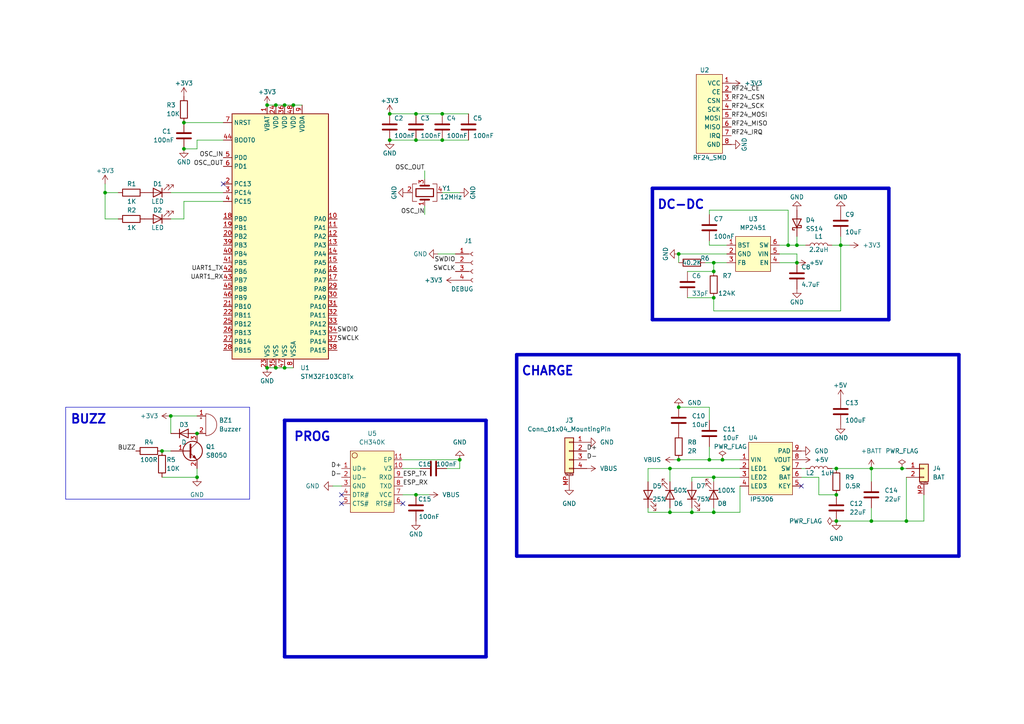
<source format=kicad_sch>
(kicad_sch (version 20230121) (generator eeschema)
  (paper "A4")
  (lib_symbols
    (symbol "Connector:Conn_01x04_Female" (pin_names (offset 1.016) hide)
      (property "Reference" "J" (at 0 5.08 0))
      (property "Value" "Conn_01x04_Female" (at 0 -7.62 0))
      (symbol "Conn_01x04_Female_1_1"
        (arc (start 0 -4.572) (mid -0.5058 -5.08) (end 0 -5.588) (stroke (width 0.1524)))
        (arc (start 0 -2.032) (mid -0.5058 -2.54) (end 0 -3.048) (stroke (width 0.1524)))
        (polyline (pts (xy -1.27 -5.08) (xy -0.508 -5.08)) (stroke (width 0.1524)))
        (polyline (pts (xy -1.27 -2.54) (xy -0.508 -2.54)) (stroke (width 0.1524)))
        (polyline (pts (xy -1.27 0) (xy -0.508 0)) (stroke (width 0.1524)))
        (polyline (pts (xy -1.27 2.54) (xy -0.508 2.54)) (stroke (width 0.1524)))
        (arc (start 0 0.508) (mid -0.5058 0) (end 0 -0.508) (stroke (width 0.1524)))
        (arc (start 0 3.048) (mid -0.5058 2.54) (end 0 2.032) (stroke (width 0.1524)))
        (pin passive line (at -5.08 2.54 0) (length 3.81) (name "Pin_1") (number "1"))
        (pin passive line (at -5.08 0 0) (length 3.81) (name "Pin_2") (number "2"))
        (pin passive line (at -5.08 -2.54 0) (length 3.81) (name "Pin_3") (number "3"))
        (pin passive line (at -5.08 -5.08 0) (length 3.81) (name "Pin_4") (number "4"))
      )
    )
    (symbol "Connector_Generic_MountingPin:Conn_01x02_MountingPin" (pin_names (offset 1.016) hide)
      (property "Reference" "J" (at 0 2.54 0))
      (property "Value" "Conn_01x02_MountingPin" (at 1.27 -5.08 0))
      (symbol "Conn_01x02_MountingPin_1_1"
        (rectangle (start -1.27 -2.413) (end 0 -2.667) (stroke (width 0.1524)))
        (rectangle (start -1.27 0.127) (end 0 -0.127) (stroke (width 0.1524)))
        (rectangle (start -1.27 1.27) (end 1.27 -3.81) (stroke (width 0.254)) (fill (type background)))
        (polyline (pts (xy -1.016 -4.572) (xy 1.016 -4.572)) (stroke (width 0.1524)))
        (text "Mounting" (at 0 -4.191 0) (effects (font (size 0.381 0.381))))
        (pin passive line (at -5.08 0 0) (length 3.81) (name "Pin_1") (number "1"))
        (pin passive line (at -5.08 -2.54 0) (length 3.81) (name "Pin_2") (number "2"))
        (pin passive line (at 0 -7.62 90) (length 3.048) (name "MountPin") (number "MP"))
      )
    )
    (symbol "Connector_Generic_MountingPin:Conn_01x04_MountingPin" (pin_names (offset 1.016) hide)
      (property "Reference" "J" (at 0 5.08 0))
      (property "Value" "Conn_01x04_MountingPin" (at 1.27 -7.62 0))
      (symbol "Conn_01x04_MountingPin_1_1"
        (rectangle (start -1.27 -4.953) (end 0 -5.207) (stroke (width 0.1524)))
        (rectangle (start -1.27 -2.413) (end 0 -2.667) (stroke (width 0.1524)))
        (rectangle (start -1.27 0.127) (end 0 -0.127) (stroke (width 0.1524)))
        (rectangle (start -1.27 2.667) (end 0 2.413) (stroke (width 0.1524)))
        (rectangle (start -1.27 3.81) (end 1.27 -6.35) (stroke (width 0.254)) (fill (type background)))
        (polyline (pts (xy -1.016 -7.112) (xy 1.016 -7.112)) (stroke (width 0.1524)))
        (text "Mounting" (at 0 -6.731 0) (effects (font (size 0.381 0.381))))
        (pin passive line (at -5.08 2.54 0) (length 3.81) (name "Pin_1") (number "1"))
        (pin passive line (at -5.08 0 0) (length 3.81) (name "Pin_2") (number "2"))
        (pin passive line (at -5.08 -2.54 0) (length 3.81) (name "Pin_3") (number "3"))
        (pin passive line (at -5.08 -5.08 0) (length 3.81) (name "Pin_4") (number "4"))
        (pin passive line (at 0 -10.16 90) (length 3.048) (name "MountPin") (number "MP"))
      )
    )
    (symbol "Del_Schlib:CH340K"
      (property "Reference" "U" (at 0 1.27 0))
      (property "Value" "CH340K" (at 8.89 1.27 0))
      (symbol "CH340K_0_1"
        (rectangle (start 0 0) (end 12.7 -17.78) (fill (type background)))
        (circle (center 1.27 -1.27) (radius 0.762))
      )
      (symbol "CH340K_1_1"
        (pin bidirectional line (at -2.54 -5.08 0) (length 2.54) (name "UD+") (number "1"))
        (pin bidirectional line (at 15.24 -5.08 180) (length 2.54) (name "V3") (number "10"))
        (pin bidirectional line (at 15.24 -2.54 180) (length 2.54) (name "EP") (number "11"))
        (pin bidirectional line (at -2.54 -7.62 0) (length 2.54) (name "UD-") (number "2"))
        (pin bidirectional line (at -2.54 -10.16 0) (length 2.54) (name "GND") (number "3"))
        (pin bidirectional line (at -2.54 -12.7 0) (length 2.54) (name "DTR#") (number "4"))
        (pin bidirectional line (at -2.54 -15.24 0) (length 2.54) (name "CTS#") (number "5"))
        (pin bidirectional line (at 15.24 -15.24 180) (length 2.54) (name "RTS#") (number "6"))
        (pin bidirectional line (at 15.24 -12.7 180) (length 2.54) (name "VCC") (number "7"))
        (pin bidirectional line (at 15.24 -10.16 180) (length 2.54) (name "TXD") (number "8"))
        (pin bidirectional line (at 15.24 -7.62 180) (length 2.54) (name "RXD") (number "9"))
      )
    )
    (symbol "Del_Schlib:IP5306"
      (property "Reference" "U" (at 0 1.27 0))
      (property "Value" "IP5306" (at 8.89 1.27 0))
      (symbol "IP5306_0_1"
        (rectangle (start 0 0) (end 12.7 -15.24) (fill (type background)))
      )
      (symbol "IP5306_1_1"
        (pin power_in line (at -2.54 -5.08 0) (length 2.54) (name "VIN") (number "1"))
        (pin bidirectional line (at -2.54 -7.62 0) (length 2.54) (name "LED1") (number "2"))
        (pin bidirectional line (at -2.54 -10.16 0) (length 2.54) (name "LED2") (number "3"))
        (pin bidirectional line (at -2.54 -12.7 0) (length 2.54) (name "LED3") (number "4"))
        (pin input line (at 15.24 -12.7 180) (length 2.54) (name "KEY") (number "5"))
        (pin bidirectional line (at 15.24 -10.16 180) (length 2.54) (name "BAT") (number "6"))
        (pin bidirectional line (at 15.24 -7.62 180) (length 2.54) (name "SW") (number "7"))
        (pin power_out line (at 15.24 -5.08 180) (length 2.54) (name "VOUT") (number "8"))
        (pin power_in line (at 15.24 -2.54 180) (length 2.54) (name "PAD") (number "9"))
      )
    )
    (symbol "Del_Schlib:MP2451"
      (property "Reference" "U" (at 0 1.27 0))
      (property "Value" "MP2451" (at 6.35 1.27 0))
      (symbol "MP2451_0_1"
        (rectangle (start 0 0) (end 10.16 -10.16) (fill (type background)))
      )
      (symbol "MP2451_1_1"
        (pin bidirectional line (at -2.54 -2.54 0) (length 2.54) (name "BST") (number "1"))
        (pin power_in line (at -2.54 -5.08 0) (length 2.54) (name "GND") (number "2"))
        (pin bidirectional line (at -2.54 -7.62 0) (length 2.54) (name "FB") (number "3"))
        (pin bidirectional line (at 12.7 -7.62 180) (length 2.54) (name "EN") (number "4"))
        (pin power_in line (at 12.7 -5.08 180) (length 2.54) (name "VIN") (number "5"))
        (pin bidirectional line (at 12.7 -2.54 180) (length 2.54) (name "SW") (number "6"))
      )
    )
    (symbol "Del_Schlib:RF24_SMD"
      (property "Reference" "U" (at 3.81 1.27 0))
      (property "Value" "RF24_SMD" (at 3.81 -24.13 0))
      (symbol "RF24_SMD_0_1"
        (rectangle (start 0 0) (end 7.62 -22.86) (fill (type background)))
      )
      (symbol "RF24_SMD_1_1"
        (pin power_in line (at -2.54 -2.54 0) (length 2.54) (name "VCC") (number "1"))
        (pin bidirectional line (at -2.54 -5.08 0) (length 2.54) (name "CE") (number "2"))
        (pin bidirectional line (at -2.54 -7.62 0) (length 2.54) (name "CSN") (number "3"))
        (pin bidirectional line (at -2.54 -10.16 0) (length 2.54) (name "SCK") (number "4"))
        (pin bidirectional line (at -2.54 -12.7 0) (length 2.54) (name "MOSI") (number "5"))
        (pin bidirectional line (at -2.54 -15.24 0) (length 2.54) (name "MISO") (number "6"))
        (pin bidirectional line (at -2.54 -17.78 0) (length 2.54) (name "IRQ") (number "7"))
        (pin power_in line (at -2.54 -20.32 0) (length 2.54) (name "GND") (number "8"))
      )
    )
    (symbol "Device:Buzzer" (pin_names (offset 0.0254) hide)
      (property "Reference" "BZ" (at 3.81 1.27 0))
      (property "Value" "Buzzer" (at 3.81 -1.27 0))
      (symbol "Buzzer_0_1"
        (arc (start 0 -3.175) (mid 3.1612 0) (end 0 3.175))
        (polyline (pts (xy -1.651 1.905) (xy -1.143 1.905)))
        (polyline (pts (xy -1.397 2.159) (xy -1.397 1.651)))
        (polyline (pts (xy 0 3.175) (xy 0 -3.175)))
      )
      (symbol "Buzzer_1_1"
        (pin passive line (at -2.54 2.54 0) (length 2.54) (name "-") (number "1"))
        (pin passive line (at -2.54 -2.54 0) (length 2.54) (name "+") (number "2"))
      )
    )
    (symbol "Device:C" (pin_numbers hide) (pin_names (offset 0.254))
      (property "Reference" "C" (at 0.635 2.54 0))
      (property "Value" "C" (at 0.635 -2.54 0))
      (symbol "C_0_1"
        (polyline (pts (xy -2.032 -0.762) (xy 2.032 -0.762)) (stroke (width 0.508)))
        (polyline (pts (xy -2.032 0.762) (xy 2.032 0.762)) (stroke (width 0.508)))
      )
      (symbol "C_1_1"
        (pin passive line (at 0 3.81 270) (length 2.794) (name "~") (number "1"))
        (pin passive line (at 0 -3.81 90) (length 2.794) (name "~") (number "2"))
      )
    )
    (symbol "Device:Crystal_GND24" (pin_names (offset 1.016) hide)
      (property "Reference" "Y" (at 3.175 5.08 0))
      (property "Value" "Crystal_GND24" (at 3.175 3.175 0))
      (symbol "Crystal_GND24_0_1"
        (rectangle (start -1.143 2.54) (end 1.143 -2.54) (stroke (width 0.3048)))
        (polyline (pts (xy -2.54 0) (xy -2.032 0)))
        (polyline (pts (xy -2.032 -1.27) (xy -2.032 1.27)) (stroke (width 0.508)))
        (polyline (pts (xy 0 -3.81) (xy 0 -3.556)))
        (polyline (pts (xy 0 3.556) (xy 0 3.81)))
        (polyline (pts (xy 2.032 -1.27) (xy 2.032 1.27)) (stroke (width 0.508)))
        (polyline (pts (xy 2.032 0) (xy 2.54 0)))
        (polyline (pts (xy -2.54 -2.286) (xy -2.54 -3.556) (xy 2.54 -3.556) (xy 2.54 -2.286)))
        (polyline (pts (xy -2.54 2.286) (xy -2.54 3.556) (xy 2.54 3.556) (xy 2.54 2.286)))
      )
      (symbol "Crystal_GND24_1_1"
        (pin passive line (at -3.81 0 0) (length 1.27) (name "1") (number "1"))
        (pin passive line (at 0 5.08 270) (length 1.27) (name "2") (number "2"))
        (pin passive line (at 3.81 0 180) (length 1.27) (name "3") (number "3"))
        (pin passive line (at 0 -5.08 90) (length 1.27) (name "4") (number "4"))
      )
    )
    (symbol "Device:D" (pin_numbers hide) (pin_names (offset 1.016) hide)
      (property "Reference" "D" (at 0 2.54 0))
      (property "Value" "D" (at 0 -2.54 0))
      (symbol "D_0_1"
        (polyline (pts (xy -1.27 1.27) (xy -1.27 -1.27)) (stroke (width 0.254)))
        (polyline (pts (xy 1.27 0) (xy -1.27 0)))
        (polyline (pts (xy 1.27 1.27) (xy 1.27 -1.27) (xy -1.27 0) (xy 1.27 1.27)) (stroke (width 0.254)))
      )
      (symbol "D_1_1"
        (pin passive line (at -3.81 0 0) (length 2.54) (name "K") (number "1"))
        (pin passive line (at 3.81 0 180) (length 2.54) (name "A") (number "2"))
      )
    )
    (symbol "Device:D_Schottky" (pin_numbers hide) (pin_names (offset 1.016) hide)
      (property "Reference" "D" (at 0 2.54 0))
      (property "Value" "D_Schottky" (at 0 -2.54 0))
      (symbol "D_Schottky_0_1"
        (polyline (pts (xy 1.27 0) (xy -1.27 0)))
        (polyline (pts (xy 1.27 1.27) (xy 1.27 -1.27) (xy -1.27 0) (xy 1.27 1.27)) (stroke (width 0.254)))
        (polyline (pts (xy -1.905 0.635) (xy -1.905 1.27) (xy -1.27 1.27) (xy -1.27 -1.27) (xy -0.635 -1.27) (xy -0.635 -0.635)) (stroke (width 0.254)))
      )
      (symbol "D_Schottky_1_1"
        (pin passive line (at -3.81 0 0) (length 2.54) (name "K") (number "1"))
        (pin passive line (at 3.81 0 180) (length 2.54) (name "A") (number "2"))
      )
    )
    (symbol "Device:L" (pin_numbers hide) (pin_names (offset 1.016) hide)
      (property "Reference" "L" (at -1.27 0 90))
      (property "Value" "L" (at 1.905 0 90))
      (symbol "L_0_1"
        (arc (start 0 -2.54) (mid 0.6323 -1.905) (end 0 -1.27))
        (arc (start 0 -1.27) (mid 0.6323 -0.635) (end 0 0))
        (arc (start 0 0) (mid 0.6323 0.635) (end 0 1.27))
        (arc (start 0 1.27) (mid 0.6323 1.905) (end 0 2.54))
      )
      (symbol "L_1_1"
        (pin passive line (at 0 3.81 270) (length 1.27) (name "1") (number "1"))
        (pin passive line (at 0 -3.81 90) (length 1.27) (name "2") (number "2"))
      )
    )
    (symbol "Device:LED" (pin_numbers hide) (pin_names (offset 1.016) hide)
      (property "Reference" "D" (at 0 2.54 0))
      (property "Value" "LED" (at 0 -2.54 0))
      (symbol "LED_0_1"
        (polyline (pts (xy -1.27 -1.27) (xy -1.27 1.27)) (stroke (width 0.254)))
        (polyline (pts (xy -1.27 0) (xy 1.27 0)))
        (polyline (pts (xy 1.27 -1.27) (xy 1.27 1.27) (xy -1.27 0) (xy 1.27 -1.27)) (stroke (width 0.254)))
        (polyline (pts (xy -3.048 -0.762) (xy -4.572 -2.286) (xy -3.81 -2.286) (xy -4.572 -2.286) (xy -4.572 -1.524)))
        (polyline (pts (xy -1.778 -0.762) (xy -3.302 -2.286) (xy -2.54 -2.286) (xy -3.302 -2.286) (xy -3.302 -1.524)))
      )
      (symbol "LED_1_1"
        (pin passive line (at -3.81 0 0) (length 2.54) (name "K") (number "1"))
        (pin passive line (at 3.81 0 180) (length 2.54) (name "A") (number "2"))
      )
    )
    (symbol "Device:Q_NPN_BEC" (pin_names (offset 0) hide)
      (property "Reference" "Q" (at 5.08 1.27 0))
      (property "Value" "Q_NPN_BEC" (at 5.08 -1.27 0))
      (symbol "Q_NPN_BEC_0_1"
        (polyline (pts (xy 0.635 0.635) (xy 2.54 2.54)))
        (polyline (pts (xy 0.635 -0.635) (xy 2.54 -2.54) (xy 2.54 -2.54)))
        (polyline (pts (xy 0.635 1.905) (xy 0.635 -1.905) (xy 0.635 -1.905)) (stroke (width 0.508)))
        (polyline (pts (xy 1.27 -1.778) (xy 1.778 -1.27) (xy 2.286 -2.286) (xy 1.27 -1.778) (xy 1.27 -1.778)) (fill (type outline)))
        (circle (center 1.27 0) (radius 2.8194) (stroke (width 0.254)))
      )
      (symbol "Q_NPN_BEC_1_1"
        (pin input line (at -5.08 0 0) (length 5.715) (name "B") (number "1"))
        (pin passive line (at 2.54 -5.08 90) (length 2.54) (name "E") (number "2"))
        (pin passive line (at 2.54 5.08 270) (length 2.54) (name "C") (number "3"))
      )
    )
    (symbol "Device:R" (pin_numbers hide) (pin_names (offset 0))
      (property "Reference" "R" (at 2.032 0 90))
      (property "Value" "R" (at 0 0 90))
      (symbol "R_0_1"
        (rectangle (start -1.016 -2.54) (end 1.016 2.54) (stroke (width 0.254)))
      )
      (symbol "R_1_1"
        (pin passive line (at 0 3.81 270) (length 1.27) (name "~") (number "1"))
        (pin passive line (at 0 -3.81 90) (length 1.27) (name "~") (number "2"))
      )
    )
    (symbol "MCU_ST_STM32F1:STM32F103CBTx"
      (property "Reference" "U" (at -15.24 36.83 0))
      (property "Value" "STM32F103CBTx" (at 7.62 36.83 0))
      (symbol "STM32F103CBTx_0_1"
        (rectangle (start -15.24 -35.56) (end 12.7 35.56) (stroke (width 0.254)) (fill (type background)))
      )
      (symbol "STM32F103CBTx_1_1"
        (pin power_in line (at -5.08 38.1 270) (length 2.54) (name "VBAT") (number "1"))
        (pin bidirectional line (at 15.24 5.08 180) (length 2.54) (name "PA0") (number "10"))
        (pin bidirectional line (at 15.24 2.54 180) (length 2.54) (name "PA1") (number "11"))
        (pin bidirectional line (at 15.24 0 180) (length 2.54) (name "PA2") (number "12"))
        (pin bidirectional line (at 15.24 -2.54 180) (length 2.54) (name "PA3") (number "13"))
        (pin bidirectional line (at 15.24 -5.08 180) (length 2.54) (name "PA4") (number "14"))
        (pin bidirectional line (at 15.24 -7.62 180) (length 2.54) (name "PA5") (number "15"))
        (pin bidirectional line (at 15.24 -10.16 180) (length 2.54) (name "PA6") (number "16"))
        (pin bidirectional line (at 15.24 -12.7 180) (length 2.54) (name "PA7") (number "17"))
        (pin bidirectional line (at -17.78 5.08 0) (length 2.54) (name "PB0") (number "18"))
        (pin bidirectional line (at -17.78 2.54 0) (length 2.54) (name "PB1") (number "19"))
        (pin bidirectional line (at -17.78 15.24 0) (length 2.54) (name "PC13") (number "2"))
        (pin bidirectional line (at -17.78 0 0) (length 2.54) (name "PB2") (number "20"))
        (pin bidirectional line (at -17.78 -20.32 0) (length 2.54) (name "PB10") (number "21"))
        (pin bidirectional line (at -17.78 -22.86 0) (length 2.54) (name "PB11") (number "22"))
        (pin power_in line (at -5.08 -38.1 90) (length 2.54) (name "VSS") (number "23"))
        (pin power_in line (at -2.54 38.1 270) (length 2.54) (name "VDD") (number "24"))
        (pin bidirectional line (at -17.78 -25.4 0) (length 2.54) (name "PB12") (number "25"))
        (pin bidirectional line (at -17.78 -27.94 0) (length 2.54) (name "PB13") (number "26"))
        (pin bidirectional line (at -17.78 -30.48 0) (length 2.54) (name "PB14") (number "27"))
        (pin bidirectional line (at -17.78 -33.02 0) (length 2.54) (name "PB15") (number "28"))
        (pin bidirectional line (at 15.24 -15.24 180) (length 2.54) (name "PA8") (number "29"))
        (pin bidirectional line (at -17.78 12.7 0) (length 2.54) (name "PC14") (number "3"))
        (pin bidirectional line (at 15.24 -17.78 180) (length 2.54) (name "PA9") (number "30"))
        (pin bidirectional line (at 15.24 -20.32 180) (length 2.54) (name "PA10") (number "31"))
        (pin bidirectional line (at 15.24 -22.86 180) (length 2.54) (name "PA11") (number "32"))
        (pin bidirectional line (at 15.24 -25.4 180) (length 2.54) (name "PA12") (number "33"))
        (pin bidirectional line (at 15.24 -27.94 180) (length 2.54) (name "PA13") (number "34"))
        (pin power_in line (at -2.54 -38.1 90) (length 2.54) (name "VSS") (number "35"))
        (pin power_in line (at 0 38.1 270) (length 2.54) (name "VDD") (number "36"))
        (pin bidirectional line (at 15.24 -30.48 180) (length 2.54) (name "PA14") (number "37"))
        (pin bidirectional line (at 15.24 -33.02 180) (length 2.54) (name "PA15") (number "38"))
        (pin bidirectional line (at -17.78 -2.54 0) (length 2.54) (name "PB3") (number "39"))
        (pin bidirectional line (at -17.78 10.16 0) (length 2.54) (name "PC15") (number "4"))
        (pin bidirectional line (at -17.78 -5.08 0) (length 2.54) (name "PB4") (number "40"))
        (pin bidirectional line (at -17.78 -7.62 0) (length 2.54) (name "PB5") (number "41"))
        (pin bidirectional line (at -17.78 -10.16 0) (length 2.54) (name "PB6") (number "42"))
        (pin bidirectional line (at -17.78 -12.7 0) (length 2.54) (name "PB7") (number "43"))
        (pin input line (at -17.78 27.94 0) (length 2.54) (name "BOOT0") (number "44"))
        (pin bidirectional line (at -17.78 -15.24 0) (length 2.54) (name "PB8") (number "45"))
        (pin bidirectional line (at -17.78 -17.78 0) (length 2.54) (name "PB9") (number "46"))
        (pin power_in line (at 0 -38.1 90) (length 2.54) (name "VSS") (number "47"))
        (pin power_in line (at 2.54 38.1 270) (length 2.54) (name "VDD") (number "48"))
        (pin input line (at -17.78 22.86 0) (length 2.54) (name "PD0") (number "5"))
        (pin input line (at -17.78 20.32 0) (length 2.54) (name "PD1") (number "6"))
        (pin input line (at -17.78 33.02 0) (length 2.54) (name "NRST") (number "7"))
        (pin power_in line (at 2.54 -38.1 90) (length 2.54) (name "VSSA") (number "8"))
        (pin power_in line (at 5.08 38.1 270) (length 2.54) (name "VDDA") (number "9"))
      )
    )
    (symbol "power:+3.3V" (power) (pin_names (offset 0))
      (property "Value" "+3.3V" (at 0 3.556 0))
      (symbol "+3.3V_0_1"
        (polyline (pts (xy -0.762 1.27) (xy 0 2.54)))
        (polyline (pts (xy 0 0) (xy 0 2.54)))
        (polyline (pts (xy 0 2.54) (xy 0.762 1.27)))
      )
      (symbol "+3.3V_1_1"
        (pin power_in line (at 0 0 90) (length 0) hide (name "+3V3") (number "1"))
      )
    )
    (symbol "power:+5V" (power) (pin_names (offset 0))
      (property "Value" "+5V" (at 0 3.556 0))
      (symbol "+5V_0_1"
        (polyline (pts (xy -0.762 1.27) (xy 0 2.54)))
        (polyline (pts (xy 0 0) (xy 0 2.54)))
        (polyline (pts (xy 0 2.54) (xy 0.762 1.27)))
      )
      (symbol "+5V_1_1"
        (pin power_in line (at 0 0 90) (length 0) hide (name "+5V") (number "1"))
      )
    )
    (symbol "power:+BATT" (power) (pin_names (offset 0))
      (property "Value" "+BATT" (at 0 3.556 0))
      (symbol "+BATT_0_1"
        (polyline (pts (xy -0.762 1.27) (xy 0 2.54)))
        (polyline (pts (xy 0 0) (xy 0 2.54)))
        (polyline (pts (xy 0 2.54) (xy 0.762 1.27)))
      )
      (symbol "+BATT_1_1"
        (pin power_in line (at 0 0 90) (length 0) hide (name "+BATT") (number "1"))
      )
    )
    (symbol "power:GND" (power) (pin_names (offset 0))
      (property "Value" "GND" (at 0 -3.81 0))
      (symbol "GND_0_1"
        (polyline (pts (xy 0 0) (xy 0 -1.27) (xy 1.27 -1.27) (xy 0 -2.54) (xy -1.27 -1.27) (xy 0 -1.27)))
      )
      (symbol "GND_1_1"
        (pin power_in line (at 0 0 270) (length 0) hide (name "GND") (number "1"))
      )
    )
    (symbol "power:PWR_FLAG" (power) (pin_numbers hide) (pin_names (offset 0) hide)
      (property "Value" "PWR_FLAG" (at 0 3.81 0))
      (symbol "PWR_FLAG_0_0"
        (pin power_out line (at 0 0 90) (length 0) (name "pwr") (number "1"))
      )
      (symbol "PWR_FLAG_0_1"
        (polyline (pts (xy 0 0) (xy 0 1.27) (xy -1.016 1.905) (xy 0 2.54) (xy 1.016 1.905) (xy 0 1.27)))
      )
    )
    (symbol "power:VBUS" (power) (pin_names (offset 0))
      (property "Value" "VBUS" (at 0 3.81 0))
      (symbol "VBUS_0_1"
        (polyline (pts (xy -0.762 1.27) (xy 0 2.54)))
        (polyline (pts (xy 0 0) (xy 0 2.54)))
        (polyline (pts (xy 0 2.54) (xy 0.762 1.27)))
      )
      (symbol "VBUS_1_1"
        (pin power_in line (at 0 0 90) (length 0) hide (name "VBUS") (number "1"))
      )
    )
  )
  (junction (at 242.57 143.51))
  (junction (at 200.66 148.59))
  (junction (at 120.65 40.64))
  (junction (at 80.01 30.48))
  (junction (at 242.57 135.89))
  (junction (at 252.73 151.13))
  (junction (at 46.99 130.81))
  (junction (at 252.73 135.89))
  (junction (at 194.31 148.59))
  (junction (at 231.14 71.12))
  (junction (at 82.55 106.68))
  (junction (at 80.01 106.68))
  (junction (at 53.34 43.18))
  (junction (at 82.55 30.48))
  (junction (at 196.85 73.66))
  (junction (at 196.85 118.11))
  (junction (at 77.47 30.48))
  (junction (at 49.53 120.65))
  (junction (at 30.48 55.88))
  (junction (at 57.15 125.73))
  (junction (at 261.62 135.89))
  (junction (at 128.27 33.02))
  (junction (at 120.65 143.51))
  (junction (at 57.15 138.43))
  (junction (at 207.01 86.36))
  (junction (at 113.03 33.02))
  (junction (at 262.89 151.13))
  (junction (at 207.01 76.2))
  (junction (at 196.85 133.35))
  (junction (at 209.55 133.35))
  (junction (at 85.09 30.48))
  (junction (at 53.34 35.56))
  (junction (at 231.14 76.2))
  (junction (at 128.27 40.64))
  (junction (at 120.65 33.02))
  (junction (at 194.31 135.89))
  (junction (at 207.01 138.43))
  (junction (at 113.03 40.64))
  (junction (at 205.74 133.35))
  (junction (at 207.01 78.74))
  (junction (at 77.47 106.68))
  (junction (at 242.57 151.13))
  (junction (at 133.35 133.35))
  (junction (at 207.01 148.59))
  (junction (at 243.84 71.12))
  (junction (at 228.6 71.12))
  (no_connect (at 99.06 143.51))
  (no_connect (at 99.06 146.05))
  (no_connect (at 116.84 146.05))
  (no_connect (at 232.41 140.97))
  (no_connect (at 64.77 53.34))
  (wire (pts (xy 49.53 120.65) (xy 49.53 125.73)))
  (wire (pts (xy 196.85 118.11) (xy 205.74 118.11)))
  (wire (pts (xy 205.74 62.23) (xy 205.74 60.96)))
  (wire (pts (xy 232.41 138.43) (xy 237.49 138.43)))
  (wire (pts (xy 228.6 71.12) (xy 231.14 71.12)))
  (wire (pts (xy 57.15 43.18) (xy 57.15 40.64)))
  (wire (pts (xy 226.06 76.2) (xy 231.14 76.2)))
  (wire (pts (xy 128.27 33.02) (xy 135.89 33.02)))
  (wire (pts (xy 82.55 30.48) (xy 85.09 30.48)))
  (wire (pts (xy 187.96 135.89) (xy 194.31 135.89)))
  (wire (pts (xy 127 73.66) (xy 132.08 73.66)))
  (wire (pts (xy 237.49 143.51) (xy 237.49 138.43)))
  (wire (pts (xy 214.63 138.43) (xy 207.01 138.43)))
  (wire (pts (xy 233.68 135.89) (xy 232.41 135.89)))
  (wire (pts (xy 30.48 55.88) (xy 30.48 53.34)))
  (wire (pts (xy 214.63 148.59) (xy 214.63 140.97)))
  (wire (pts (xy 231.14 73.66) (xy 231.14 76.2)))
  (wire (pts (xy 133.35 133.35) (xy 133.35 135.89)))
  (wire (pts (xy 226.06 73.66) (xy 231.14 73.66)))
  (wire (pts (xy 77.47 30.48) (xy 80.01 30.48)))
  (wire (pts (xy 205.74 71.12) (xy 205.74 69.85)))
  (wire (pts (xy 200.66 138.43) (xy 200.66 139.7)))
  (wire (pts (xy 196.85 133.35) (xy 205.74 133.35)))
  (wire (pts (xy 226.06 71.12) (xy 228.6 71.12)))
  (polyline (pts (xy 82.55 121.92) (xy 82.55 190.5)) (stroke (width 1.016) (type solid)))
  (wire (pts (xy 194.31 148.59) (xy 200.66 148.59)))
  (polyline (pts (xy 189.23 92.71) (xy 257.81 92.71)) (stroke (width 1.016) (type solid)))
  (polyline (pts (xy 149.86 161.29) (xy 278.13 161.29)) (stroke (width 1.016) (type solid)))
  (polyline (pts (xy 189.23 54.61) (xy 189.23 92.71)) (stroke (width 1.016) (type solid)))
  (wire (pts (xy 64.77 58.42) (xy 53.34 58.42)))
  (wire (pts (xy 252.73 135.89) (xy 252.73 139.7)))
  (wire (pts (xy 129.54 135.89) (xy 133.35 135.89)))
  (wire (pts (xy 34.29 55.88) (xy 30.48 55.88)))
  (wire (pts (xy 205.74 129.54) (xy 205.74 133.35)))
  (wire (pts (xy 200.66 148.59) (xy 200.66 147.32)))
  (wire (pts (xy 252.73 147.32) (xy 252.73 151.13)))
  (wire (pts (xy 205.74 118.11) (xy 205.74 121.92)))
  (wire (pts (xy 242.57 143.51) (xy 237.49 143.51)))
  (wire (pts (xy 30.48 55.88) (xy 30.48 63.5)))
  (wire (pts (xy 128.27 40.64) (xy 135.89 40.64)))
  (wire (pts (xy 187.96 139.7) (xy 187.96 135.89)))
  (wire (pts (xy 199.39 78.74) (xy 207.01 78.74)))
  (wire (pts (xy 49.53 120.65) (xy 57.15 120.65)))
  (wire (pts (xy 77.47 106.68) (xy 80.01 106.68)))
  (wire (pts (xy 82.55 106.68) (xy 85.09 106.68)))
  (wire (pts (xy 207.01 138.43) (xy 200.66 138.43)))
  (wire (pts (xy 128.27 55.88) (xy 133.35 55.88)))
  (wire (pts (xy 205.74 133.35) (xy 209.55 133.35)))
  (wire (pts (xy 243.84 71.12) (xy 246.38 71.12)))
  (polyline (pts (xy 82.55 190.5) (xy 140.97 190.5)) (stroke (width 1.016) (type solid)))
  (wire (pts (xy 53.34 58.42) (xy 53.34 63.5)))
  (wire (pts (xy 195.58 133.35) (xy 196.85 133.35)))
  (wire (pts (xy 187.96 148.59) (xy 187.96 147.32)))
  (wire (pts (xy 252.73 151.13) (xy 242.57 151.13)))
  (polyline (pts (xy 149.86 102.87) (xy 149.86 161.29)) (stroke (width 1.016) (type solid)))
  (wire (pts (xy 243.84 90.17) (xy 243.84 71.12)))
  (wire (pts (xy 187.96 148.59) (xy 194.31 148.59)))
  (wire (pts (xy 57.15 135.89) (xy 57.15 138.43)))
  (wire (pts (xy 200.66 148.59) (xy 207.01 148.59)))
  (wire (pts (xy 194.31 148.59) (xy 194.31 147.32)))
  (wire (pts (xy 252.73 135.89) (xy 261.62 135.89)))
  (polyline (pts (xy 19.05 118.11) (xy 19.05 144.78)))
  (wire (pts (xy 46.99 138.43) (xy 57.15 138.43)))
  (wire (pts (xy 243.84 68.58) (xy 243.84 71.12)))
  (wire (pts (xy 261.62 135.89) (xy 262.89 135.89)))
  (wire (pts (xy 113.03 33.02) (xy 120.65 33.02)))
  (wire (pts (xy 194.31 135.89) (xy 194.31 139.7)))
  (wire (pts (xy 228.6 60.96) (xy 228.6 71.12)))
  (wire (pts (xy 53.34 35.56) (xy 64.77 35.56)))
  (wire (pts (xy 196.85 73.66) (xy 196.85 76.2)))
  (wire (pts (xy 123.19 59.69) (xy 123.19 62.23)))
  (wire (pts (xy 204.47 76.2) (xy 207.01 76.2)))
  (wire (pts (xy 207.01 148.59) (xy 207.01 147.32)))
  (wire (pts (xy 123.19 49.53) (xy 123.19 52.07)))
  (polyline (pts (xy 72.39 118.11) (xy 72.39 144.78)))
  (wire (pts (xy 267.97 143.51) (xy 267.97 151.13)))
  (wire (pts (xy 241.3 71.12) (xy 243.84 71.12)))
  (wire (pts (xy 80.01 30.48) (xy 82.55 30.48)))
  (wire (pts (xy 46.99 130.81) (xy 49.53 130.81)))
  (wire (pts (xy 262.89 151.13) (xy 252.73 151.13)))
  (polyline (pts (xy 19.05 118.11) (xy 72.39 118.11)))
  (wire (pts (xy 120.65 143.51) (xy 124.46 143.51)))
  (wire (pts (xy 207.01 76.2) (xy 210.82 76.2)))
  (wire (pts (xy 116.84 143.51) (xy 120.65 143.51)))
  (wire (pts (xy 207.01 148.59) (xy 214.63 148.59)))
  (wire (pts (xy 116.84 135.89) (xy 121.92 135.89)))
  (wire (pts (xy 210.82 71.12) (xy 205.74 71.12)))
  (polyline (pts (xy 140.97 121.92) (xy 82.55 121.92)) (stroke (width 1.016) (type solid)))
  (polyline (pts (xy 278.13 161.29) (xy 278.13 102.87)) (stroke (width 1.016) (type solid)))
  (polyline (pts (xy 257.81 92.71) (xy 257.81 54.61)) (stroke (width 1.016) (type solid)))
  (wire (pts (xy 207.01 86.36) (xy 207.01 90.17)))
  (wire (pts (xy 214.63 135.89) (xy 194.31 135.89)))
  (wire (pts (xy 53.34 43.18) (xy 57.15 43.18)))
  (wire (pts (xy 120.65 40.64) (xy 128.27 40.64)))
  (wire (pts (xy 116.84 133.35) (xy 133.35 133.35)))
  (wire (pts (xy 205.74 60.96) (xy 228.6 60.96)))
  (wire (pts (xy 231.14 71.12) (xy 233.68 71.12)))
  (wire (pts (xy 207.01 90.17) (xy 243.84 90.17)))
  (wire (pts (xy 241.3 135.89) (xy 242.57 135.89)))
  (polyline (pts (xy 72.39 144.78) (xy 19.05 144.78)))
  (wire (pts (xy 57.15 40.64) (xy 64.77 40.64)))
  (wire (pts (xy 120.65 33.02) (xy 128.27 33.02)))
  (wire (pts (xy 231.14 68.58) (xy 231.14 71.12)))
  (wire (pts (xy 53.34 63.5) (xy 49.53 63.5)))
  (polyline (pts (xy 189.23 54.61) (xy 257.81 54.61)) (stroke (width 1.016) (type solid)))
  (wire (pts (xy 196.85 73.66) (xy 210.82 73.66)))
  (polyline (pts (xy 149.86 102.87) (xy 278.13 102.87)) (stroke (width 1.016) (type solid)))
  (wire (pts (xy 199.39 86.36) (xy 207.01 86.36)))
  (wire (pts (xy 267.97 151.13) (xy 262.89 151.13)))
  (wire (pts (xy 209.55 133.35) (xy 214.63 133.35)))
  (wire (pts (xy 85.09 30.48) (xy 87.63 30.48)))
  (wire (pts (xy 49.53 55.88) (xy 64.77 55.88)))
  (wire (pts (xy 207.01 138.43) (xy 207.01 139.7)))
  (wire (pts (xy 34.29 63.5) (xy 30.48 63.5)))
  (wire (pts (xy 242.57 135.89) (xy 252.73 135.89)))
  (wire (pts (xy 80.01 106.68) (xy 82.55 106.68)))
  (polyline (pts (xy 82.55 121.92) (xy 82.55 121.92)) (stroke (width 1.016) (type solid)))
  (wire (pts (xy 207.01 76.2) (xy 207.01 78.74)))
  (polyline (pts (xy 140.97 190.5) (xy 140.97 121.92)) (stroke (width 1.016) (type solid)))
  (wire (pts (xy 113.03 40.64) (xy 120.65 40.64)))
  (wire (pts (xy 262.89 138.43) (xy 262.89 151.13)))
  (wire (pts (xy 96.52 140.97) (xy 99.06 140.97)))
  (text "DC-DC" (at 190.5 60.96 0) (effects (font (size 2.54 2.54) bold) (justify left bottom)))
  (text "BUZZ" (at 20.32 123.19 0) (effects (font (size 2.54 2.54) (thickness 0.508) bold) (justify left bottom)))
  (text "CHARGE" (at 151.13 109.22 0) (effects (font (size 2.54 2.54) bold) (justify left bottom)))
  (text "PROG" (at 85.09 128.27 0) (effects (font (size 2.54 2.54) (thickness 0.508) bold) (justify left bottom)))
  (label "RF24_MISO" (at 212.09 36.83 0))
  (label "OSC_OUT" (at 123.19 49.53 180))
  (label "UART1_RX" (at 64.77 81.28 180))
  (label "SWDIO" (at 132.08 76.2 180))
  (label "SWCLK" (at 132.08 78.74 180))
  (label "D+" (at 170.18 130.81 0))
  (label "RF24_MOSI" (at 212.09 34.29 0))
  (label "ESP_RX" (at 116.84 140.97 0))
  (label "BUZZ" (at 39.37 130.81 180))
  (label "RF24_CSN" (at 212.09 29.21 0))
  (label "OSC_IN" (at 123.19 62.23 180))
  (label "SWCLK" (at 97.79 99.06 0))
  (label "OSC_OUT" (at 64.77 48.26 180))
  (label "D-" (at 99.06 138.43 180))
  (label "RF24_IRQ" (at 212.09 39.37 0))
  (label "D+" (at 99.06 135.89 180))
  (label "D-" (at 170.18 133.35 0))
  (label "RF24_SCK" (at 212.09 31.75 0))
  (label "OSC_IN" (at 64.77 45.72 180))
  (label "ESP_TX" (at 116.84 138.43 0))
  (label "UART1_TX" (at 64.77 78.74 180))
  (label "SWDIO" (at 97.79 96.52 0))
  (label "RF24_CE" (at 212.09 26.67 0))
  (symbol (lib_id "Device:LED") (at 200.66 143.51 90) (unit 1)
    (property "Reference" "D7" (at 201.93 140.97 90) (effects (justify right)))
    (property "Value" "75%" (at 201.93 144.78 90) (effects (justify right)))
    (property "Footprint" "LED_SMD:LED_0603_1608Metric_Pad1.05x0.95mm_HandSolder" (effects hide))
  )
  (symbol (lib_id "power:GND") (at 120.65 151.13 0) (unit 1)
    (property "Reference" "#PWR035" (effects hide))
    (property "Value" "GND" (at 120.65 154.94 0))
  )
  (symbol (lib_id "power:GND") (at 196.85 73.66 270) (unit 1)
    (property "Reference" "#PWR01" (effects hide))
    (property "Value" "GND" (at 193.04 73.66 0))
  )
  (symbol (lib_id "Del_Schlib:MP2451") (at 213.36 68.58 0) (unit 1)
    (property "Reference" "U3" (at 218.44 63.5 0))
    (property "Value" "MP2451" (at 218.44 66.04 0))
    (property "Footprint" "Package_TO_SOT_SMD:SOT-23-6" (effects hide))
  )
  (symbol (lib_id "Device:C") (at 125.73 135.89 90) (unit 1)
    (property "Reference" "C16" (at 123.19 134.62 90))
    (property "Value" "100nF" (at 129.54 134.62 90))
    (property "Footprint" "Capacitor_SMD:C_0603_1608Metric_Pad1.08x0.95mm_HandSolder" (effects hide))
  )
  (symbol (lib_id "Device:D") (at 53.34 125.73 0) (unit 1)
    (property "Reference" "D3" (at 53.34 123.19 0))
    (property "Value" "D" (at 53.34 128.27 0))
    (property "Footprint" "Diode_SMD:D_SOD-123" (effects hide))
  )
  (symbol (lib_id "Device:C") (at 205.74 125.73 0) (unit 1)
    (property "Reference" "C11" (at 209.55 124.4599 0) (effects (justify left)))
    (property "Value" "10uF" (at 209.55 126.9999 0) (effects (justify left)))
    (property "Footprint" "Capacitor_SMD:C_0603_1608Metric_Pad1.08x0.95mm_HandSolder" (effects hide))
  )
  (symbol (lib_id "power:GND") (at 165.1 140.97 0) (unit 1)
    (property "Reference" "#PWR023" (effects hide))
    (property "Value" "GND" (at 165.1 146.05 0))
  )
  (symbol (lib_id "Device:C") (at 53.34 39.37 0) (unit 1)
    (property "Reference" "C1" (at 46.99 38.1 0) (effects (justify left)))
    (property "Value" "100nF" (at 44.45 40.64 0) (effects (justify left)))
    (property "Footprint" "Capacitor_SMD:C_0603_1608Metric_Pad1.08x0.95mm_HandSolder" (effects hide))
  )
  (symbol (lib_id "power:GND") (at 170.18 128.27 90) (unit 1)
    (property "Reference" "#PWR024" (effects hide))
    (property "Value" "GND" (at 173.99 128.2699 90) (effects (justify right)))
  )
  (symbol (lib_id "power:+5V") (at 243.84 115.57 0) (unit 1)
    (property "Reference" "#PWR031" (effects hide))
    (property "Value" "+5V" (at 245.745 111.76 0) (effects (justify right)))
  )
  (symbol (lib_id "power:+3.3V") (at 53.34 27.94 0) (unit 1)
    (property "Reference" "#PWR03" (effects hide))
    (property "Value" "+3.3V" (at 53.34 24.13 0))
  )
  (symbol (lib_id "power:GND") (at 243.84 123.19 0) (unit 1)
    (property "Reference" "#PWR032" (effects hide))
    (property "Value" "GND" (at 241.935 127 0) (effects (justify left)))
  )
  (symbol (lib_id "power:PWR_FLAG") (at 261.62 135.89 0) (unit 1)
    (property "Reference" "#FLG03" (effects hide))
    (property "Value" "PWR_FLAG" (at 261.62 130.81 0))
  )
  (symbol (lib_id "Device:C") (at 135.89 36.83 0) (unit 1)
    (property "Reference" "C5" (at 137.16 34.29 0) (effects (justify left)))
    (property "Value" "100nF" (at 137.16 39.37 0) (effects (justify left)))
    (property "Footprint" "Capacitor_SMD:C_0603_1608Metric_Pad1.08x0.95mm_HandSolder" (effects hide))
  )
  (symbol (lib_id "Device:R") (at 200.66 76.2 90) (unit 1)
    (property "Reference" "R6" (at 204.47 74.93 90))
    (property "Value" "40.2K" (at 200.66 76.2 90))
    (property "Footprint" "Resistor_SMD:R_0603_1608Metric_Pad0.98x0.95mm_HandSolder" (effects hide))
  )
  (symbol (lib_id "Device:C") (at 205.74 66.04 0) (unit 1)
    (property "Reference" "C7" (at 207.01 63.5 0) (effects (justify left)))
    (property "Value" "100nF" (at 207.01 68.58 0) (effects (justify left)))
    (property "Footprint" "Capacitor_SMD:C_0603_1608Metric_Pad1.08x0.95mm_HandSolder" (effects hide))
  )
  (symbol (lib_id "Device:LED") (at 45.72 63.5 180) (unit 1)
    (property "Reference" "D2" (at 45.72 60.96 0))
    (property "Value" "LED" (at 45.72 66.04 0))
    (property "Footprint" "LED_SMD:LED_0603_1608Metric_Pad1.05x0.95mm_HandSolder" (effects hide))
  )
  (symbol (lib_id "Device:LED") (at 207.01 143.51 270) (unit 1)
    (property "Reference" "D8" (at 210.82 146.05 90) (effects (justify right)))
    (property "Value" "100%" (at 213.36 142.24 90) (effects (justify right)))
    (property "Footprint" "LED_SMD:LED_0603_1608Metric_Pad1.05x0.95mm_HandSolder" (effects hide))
  )
  (symbol (lib_id "power:+3.3V") (at 246.38 71.12 270) (unit 1)
    (property "Reference" "#PWR022" (effects hide))
    (property "Value" "+3.3V" (at 250.19 71.1199 90) (effects (justify left)))
  )
  (symbol (lib_id "power:+3.3V") (at 77.47 30.48 0) (unit 1)
    (property "Reference" "#PWR05" (effects hide))
    (property "Value" "+3.3V" (at 77.47 26.67 0))
  )
  (symbol (lib_id "Device:R") (at 196.85 129.54 0) (unit 1)
    (property "Reference" "R8" (at 199.39 128.2699 0) (effects (justify left)))
    (property "Value" "2R" (at 199.39 130.8099 0) (effects (justify left)))
    (property "Footprint" "Resistor_SMD:R_0603_1608Metric_Pad0.98x0.95mm_HandSolder" (effects hide))
  )
  (symbol (lib_id "power:GND") (at 96.52 140.97 270) (unit 1)
    (property "Reference" "#PWR034" (effects hide))
    (property "Value" "GND" (at 92.71 140.9699 90) (effects (justify right)))
  )
  (symbol (lib_id "Device:R") (at 46.99 134.62 180) (unit 1)
    (property "Reference" "R5" (at 48.26 133.35 0) (effects (justify right)))
    (property "Value" "10K" (at 48.26 135.89 0) (effects (justify right)))
    (property "Footprint" "Resistor_SMD:R_0603_1608Metric_Pad0.98x0.95mm_HandSolder" (effects hide))
  )
  (symbol (lib_id "power:PWR_FLAG") (at 209.55 133.35 0) (unit 1)
    (property "Reference" "#FLG01" (effects hide))
    (property "Value" "PWR_FLAG" (at 207.01 129.54 0) (effects (justify left)))
  )
  (symbol (lib_id "Device:R") (at 43.18 130.81 90) (unit 1)
    (property "Reference" "R4" (at 43.18 128.27 90))
    (property "Value" "100R" (at 43.18 133.35 90))
    (property "Footprint" "Resistor_SMD:R_0603_1608Metric_Pad0.98x0.95mm_HandSolder" (effects hide))
  )
  (symbol (lib_id "Device:Buzzer") (at 59.69 123.19 0) (unit 1)
    (property "Reference" "BZ1" (at 63.5 121.9199 0) (effects (justify left)))
    (property "Value" "Buzzer" (at 63.5 124.4599 0) (effects (justify left)))
    (property "Footprint" "ADel:DET402" (effects hide))
  )
  (symbol (lib_id "Device:LED") (at 194.31 143.51 270) (unit 1)
    (property "Reference" "D6" (at 198.12 146.05 90) (effects (justify right)))
    (property "Value" "50%" (at 199.39 142.24 90) (effects (justify right)))
    (property "Footprint" "LED_SMD:LED_0603_1608Metric_Pad1.05x0.95mm_HandSolder" (effects hide))
  )
  (symbol (lib_id "power:GND") (at 212.09 41.91 90) (unit 1)
    (property "Reference" "#PWR017" (effects hide))
    (property "Value" "GND" (at 215.9 41.91 0))
  )
  (symbol (lib_id "Connector:Conn_01x04_Female") (at 137.16 76.2 0) (unit 1)
    (property "Reference" "J1" (at 134.62 69.85 0) (effects (justify left)))
    (property "Value" "DEBUG" (at 130.81 83.82 0) (effects (justify left)))
    (property "Footprint" "Connector_JST:JST_SH_SM04B-SRSS-TB_1x04-1MP_P1.00mm_Horizontal" (effects hide))
  )
  (symbol (lib_id "Device:R") (at 53.34 31.75 0) (unit 1)
    (property "Reference" "R3" (at 48.26 30.48 0) (effects (justify left)))
    (property "Value" "10K" (at 48.26 33.02 0) (effects (justify left)))
    (property "Footprint" "Resistor_SMD:R_0603_1608Metric_Pad0.98x0.95mm_HandSolder" (effects hide))
  )
  (symbol (lib_id "power:GND") (at 133.35 133.35 180) (unit 1)
    (property "Reference" "#PWR037" (effects hide))
    (property "Value" "GND" (at 133.35 128.27 0))
  )
  (symbol (lib_id "Device:Crystal_GND24") (at 123.19 55.88 90) (unit 1)
    (property "Reference" "Y1" (at 129.54 54.61 90))
    (property "Value" "12MHz" (at 130.81 57.15 90))
    (property "Footprint" "Crystal:Crystal_SMD_3225-4Pin_3.2x2.5mm" (effects hide))
  )
  (symbol (lib_id "power:+5V") (at 231.14 76.2 270) (unit 1)
    (property "Reference" "#PWR019" (effects hide))
    (property "Value" "+5V" (at 238.76 76.2 90) (effects (justify right)))
  )
  (symbol (lib_id "power:GND") (at 232.41 130.81 90) (unit 1)
    (property "Reference" "#PWR028" (effects hide))
    (property "Value" "GND" (at 236.22 130.8099 90) (effects (justify right)))
  )
  (symbol (lib_id "Del_Schlib:RF24_SMD") (at 209.55 21.59 0) (mirror y) (unit 1)
    (property "Reference" "U2" (at 205.74 20.32 0) (effects (justify left)))
    (property "Value" "RF24_SMD" (at 210.82 45.72 0) (effects (justify left)))
    (property "Footprint" "ADel:RF24_SMD" (effects hide))
  )
  (symbol (lib_id "Device:R") (at 207.01 82.55 0) (unit 1)
    (property "Reference" "R7" (at 209.55 80.01 0) (effects (justify left)))
    (property "Value" "124K" (at 208.28 85.09 0) (effects (justify left)))
    (property "Footprint" "Resistor_SMD:R_0603_1608Metric_Pad0.98x0.95mm_HandSolder" (effects hide))
  )
  (symbol (lib_id "power:GND") (at 196.85 118.11 180) (unit 1)
    (property "Reference" "#PWR027" (effects hide))
    (property "Value" "GND" (at 199.39 116.8399 0) (effects (justify right)))
  )
  (symbol (lib_id "Device:C") (at 243.84 119.38 0) (unit 1)
    (property "Reference" "C13" (at 245.11 116.84 0) (effects (justify left)))
    (property "Value" "100uF" (at 245.11 121.92 0) (effects (justify left)))
    (property "Footprint" "Capacitor_SMD:C_1210_3225Metric" (effects hide))
  )
  (symbol (lib_id "Device:LED") (at 187.96 143.51 90) (unit 1)
    (property "Reference" "D5" (at 189.23 140.97 90) (effects (justify right)))
    (property "Value" "25%" (at 189.23 144.78 90) (effects (justify right)))
    (property "Footprint" "LED_SMD:LED_0603_1608Metric_Pad1.05x0.95mm_HandSolder" (effects hide))
  )
  (symbol (lib_id "power:VBUS") (at 195.58 133.35 90) (unit 1)
    (property "Reference" "#PWR026" (effects hide))
    (property "Value" "VBUS" (at 191.77 133.35 90) (effects (justify left)))
  )
  (symbol (lib_id "Device:LED") (at 45.72 55.88 180) (unit 1)
    (property "Reference" "D1" (at 45.72 53.34 0))
    (property "Value" "LED" (at 45.72 58.42 0))
    (property "Footprint" "LED_SMD:LED_0603_1608Metric_Pad1.05x0.95mm_HandSolder" (effects hide))
  )
  (symbol (lib_id "power:VBUS") (at 170.18 135.89 270) (unit 1)
    (property "Reference" "#PWR025" (effects hide))
    (property "Value" "VBUS" (at 173.99 135.8899 90) (effects (justify left)))
  )
  (symbol (lib_id "power:+5V") (at 232.41 133.35 270) (unit 1)
    (property "Reference" "#PWR029" (effects hide))
    (property "Value" "+5V" (at 236.22 133.3499 90) (effects (justify left)))
  )
  (symbol (lib_id "Connector_Generic_MountingPin:Conn_01x02_MountingPin") (at 267.97 135.89 0) (unit 1)
    (property "Reference" "J4" (at 270.51 135.89 0) (effects (justify left)))
    (property "Value" "BAT" (at 270.51 138.43 0) (effects (justify left)))
    (property "Footprint" "ADel:PH2.0mm-2P-WT" (effects hide))
  )
  (symbol (lib_id "Del_Schlib:IP5306") (at 217.17 128.27 0) (unit 1)
    (property "Reference" "U4" (at 218.44 127 0))
    (property "Value" "IP5306" (at 220.98 144.78 0))
    (property "Footprint" "Package_SO:HSOP-8-1EP_3.9x4.9mm_P1.27mm_EP2.3x2.3mm" (effects hide))
  )
  (symbol (lib_id "power:GND") (at 231.14 60.96 180) (unit 1)
    (property "Reference" "#PWR018" (effects hide))
    (property "Value" "GND" (at 231.14 57.15 0))
  )
  (symbol (lib_id "Device:L") (at 237.49 71.12 90) (unit 1)
    (property "Reference" "L1" (at 237.49 68.58 90))
    (property "Value" "2.2uH" (at 237.49 72.39 90))
    (property "Footprint" "ADel:IND0420" (effects hide))
  )
  (symbol (lib_id "power:+3.3V") (at 113.03 33.02 0) (unit 1)
    (property "Reference" "#PWR07" (effects hide))
    (property "Value" "+3.3V" (at 113.03 29.21 0))
  )
  (symbol (lib_id "power:+3.3V") (at 49.53 120.65 90) (unit 1)
    (property "Reference" "#PWR014" (effects hide))
    (property "Value" "+3.3V" (at 40.64 120.65 90) (effects (justify right)))
  )
  (symbol (lib_id "Device:R") (at 242.57 139.7 0) (unit 1)
    (property "Reference" "R9" (at 245.11 138.4299 0) (effects (justify left)))
    (property "Value" "0.5R" (at 245.11 140.9699 0) (effects (justify left)))
    (property "Footprint" "Resistor_SMD:R_0603_1608Metric_Pad0.98x0.95mm_HandSolder" (effects hide))
  )
  (symbol (lib_id "Device:R") (at 38.1 63.5 270) (unit 1)
    (property "Reference" "R2" (at 36.83 60.96 90) (effects (justify left)))
    (property "Value" "1K" (at 36.83 66.04 90) (effects (justify left)))
    (property "Footprint" "Resistor_SMD:R_0603_1608Metric_Pad0.98x0.95mm_HandSolder" (effects hide))
  )
  (symbol (lib_id "Device:C") (at 231.14 80.01 0) (unit 1)
    (property "Reference" "C8" (at 232.41 77.47 0) (effects (justify left)))
    (property "Value" "4.7uF" (at 232.41 82.55 0) (effects (justify left)))
    (property "Footprint" "Capacitor_SMD:C_0603_1608Metric_Pad1.08x0.95mm_HandSolder" (effects hide))
  )
  (symbol (lib_id "Connector_Generic_MountingPin:Conn_01x04_MountingPin") (at 165.1 130.81 0) (mirror y) (unit 1)
    (property "Reference" "J3" (at 165.1 121.92 0))
    (property "Value" "Conn_01x04_MountingPin" (at 165.1 124.46 0))
    (property "Footprint" "ADel:PH2.0mm-4P-WT" (effects hide))
  )
  (symbol (lib_id "Device:C") (at 242.57 147.32 0) (unit 1)
    (property "Reference" "C12" (at 246.38 146.0499 0) (effects (justify left)))
    (property "Value" "22uF" (at 246.38 148.5899 0) (effects (justify left)))
    (property "Footprint" "Capacitor_SMD:C_1206_3216Metric" (effects hide))
  )
  (symbol (lib_id "Device:Q_NPN_BEC") (at 54.61 130.81 0) (unit 1)
    (property "Reference" "Q1" (at 59.69 129.5399 0) (effects (justify left)))
    (property "Value" "S8050" (at 59.69 132.0799 0) (effects (justify left)))
    (property "Footprint" "Package_TO_SOT_SMD:SOT-23" (effects hide))
  )
  (symbol (lib_id "power:+3.3V") (at 30.48 53.34 0) (unit 1)
    (property "Reference" "#PWR02" (effects hide))
    (property "Value" "+3.3V" (at 30.48 49.53 0))
  )
  (symbol (lib_id "Device:C") (at 196.85 121.92 0) (unit 1)
    (property "Reference" "C10" (at 200.66 120.6499 0) (effects (justify left)))
    (property "Value" "10uF" (at 200.66 123.1899 0) (effects (justify left)))
    (property "Footprint" "Capacitor_SMD:C_0603_1608Metric_Pad1.08x0.95mm_HandSolder" (effects hide))
  )
  (symbol (lib_id "power:GND") (at 133.35 55.88 90) (unit 1)
    (property "Reference" "#PWR013" (effects hide))
    (property "Value" "GND" (at 137.16 55.88 0))
  )
  (symbol (lib_id "power:GND") (at 242.57 151.13 0) (unit 1)
    (property "Reference" "#PWR030" (effects hide))
    (property "Value" "GND" (at 242.57 156.21 0))
  )
  (symbol (lib_id "power:GND") (at 53.34 43.18 0) (unit 1)
    (property "Reference" "#PWR04" (effects hide))
    (property "Value" "GND" (at 53.34 46.99 0))
  )
  (symbol (lib_id "power:PWR_FLAG") (at 242.57 151.13 90) (unit 1)
    (property "Reference" "#FLG02" (effects hide))
    (property "Value" "PWR_FLAG" (at 233.68 151.13 90))
  )
  (symbol (lib_id "power:GND") (at 77.47 106.68 0) (unit 1)
    (property "Reference" "#PWR06" (effects hide))
    (property "Value" "GND" (at 77.47 110.49 0))
  )
  (symbol (lib_id "Device:R") (at 38.1 55.88 270) (unit 1)
    (property "Reference" "R1" (at 36.83 53.34 90) (effects (justify left)))
    (property "Value" "1K" (at 36.83 58.42 90) (effects (justify left)))
    (property "Footprint" "Resistor_SMD:R_0603_1608Metric_Pad0.98x0.95mm_HandSolder" (effects hide))
  )
  (symbol (lib_id "power:GND") (at 243.84 60.96 180) (unit 1)
    (property "Reference" "#PWR021" (effects hide))
    (property "Value" "GND" (at 243.84 57.15 0))
  )
  (symbol (lib_id "Device:D_Schottky") (at 231.14 64.77 90) (unit 1)
    (property "Reference" "D4" (at 233.68 63.8174 90) (effects (justify right)))
    (property "Value" "SS14" (at 233.68 66.3574 90) (effects (justify right)))
    (property "Footprint" "Diode_SMD:D_SMA" (effects hide))
  )
  (symbol (lib_id "power:GND") (at 127 73.66 270) (unit 1)
    (property "Reference" "#PWR010" (effects hide))
    (property "Value" "GND" (at 121.92 73.66 90))
  )
  (symbol (lib_id "Del_Schlib:CH340K") (at 101.6 130.81 0) (unit 1)
    (property "Reference" "U5" (at 107.95 125.73 0))
    (property "Value" "CH340K" (at 107.95 128.27 0))
    (property "Footprint" "ADel:ESSOP-10_P1.0_3.9" (effects hide))
  )
  (symbol (lib_id "Device:C") (at 243.84 64.77 180) (unit 1)
    (property "Reference" "C9" (at 245.11 62.23 0) (effects (justify right)))
    (property "Value" "10uF" (at 245.11 67.31 0) (effects (justify right)))
    (property "Footprint" "Capacitor_SMD:C_0603_1608Metric_Pad1.08x0.95mm_HandSolder" (effects hide))
  )
  (symbol (lib_id "Device:C") (at 128.27 36.83 0) (unit 1)
    (property "Reference" "C4" (at 129.54 34.29 0) (effects (justify left)))
    (property "Value" "100nF" (at 129.54 39.37 0) (effects (justify left)))
    (property "Footprint" "Capacitor_SMD:C_0603_1608Metric_Pad1.08x0.95mm_HandSolder" (effects hide))
  )
  (symbol (lib_id "Device:L") (at 237.49 135.89 90) (unit 1)
    (property "Reference" "L2" (at 234.95 137.16 90))
    (property "Value" "1uH" (at 240.03 137.16 90))
    (property "Footprint" "ADel:IND0420" (effects hide))
  )
  (symbol (lib_id "power:+3.3V") (at 132.08 81.28 90) (unit 1)
    (property "Reference" "#PWR011" (effects hide))
    (property "Value" "+3.3V" (at 125.73 81.28 90))
  )
  (symbol (lib_id "power:+BATT") (at 252.73 135.89 0) (unit 1)
    (property "Reference" "#PWR033" (effects hide))
    (property "Value" "+BATT" (at 252.73 130.81 0))
  )
  (symbol (lib_id "Device:C") (at 113.03 36.83 0) (unit 1)
    (property "Reference" "C2" (at 114.3 34.29 0) (effects (justify left)))
    (property "Value" "100nF" (at 114.3 39.37 0) (effects (justify left)))
    (property "Footprint" "Capacitor_SMD:C_0603_1608Metric_Pad1.08x0.95mm_HandSolder" (effects hide))
  )
  (symbol (lib_id "MCU_ST_STM32F1:STM32F103CBTx") (at 82.55 68.58 0) (unit 1)
    (property "Reference" "U1" (at 87.1094 106.68 0) (effects (justify left)))
    (property "Value" "STM32F103CBTx" (at 87.1094 109.22 0) (effects (justify left)))
    (property "Footprint" "Package_QFP:LQFP-48_7x7mm_P0.5mm" (effects hide))
    (property "Datasheet" "http://www.st.com/st-web-ui/static/active/en/resource/technical/document/datasheet/CD00161566.pdf" (effects hide))
  )
  (symbol (lib_id "Device:C") (at 252.73 143.51 0) (unit 1)
    (property "Reference" "C14" (at 256.54 142.2399 0) (effects (justify left)))
    (property "Value" "22uF" (at 256.54 144.7799 0) (effects (justify left)))
    (property "Footprint" "Capacitor_SMD:C_1206_3216Metric" (effects hide))
  )
  (symbol (lib_id "power:GND") (at 113.03 40.64 0) (unit 1)
    (property "Reference" "#PWR08" (effects hide))
    (property "Value" "GND" (at 113.03 44.45 0))
  )
  (symbol (lib_id "power:GND") (at 231.14 83.82 0) (unit 1)
    (property "Reference" "#PWR020" (effects hide))
    (property "Value" "GND" (at 231.14 87.63 0))
  )
  (symbol (lib_id "Device:C") (at 199.39 82.55 0) (unit 1)
    (property "Reference" "C6" (at 200.66 80.01 0) (effects (justify left)))
    (property "Value" "33pF" (at 200.66 85.09 0) (effects (justify left)))
    (property "Footprint" "Capacitor_SMD:C_0603_1608Metric_Pad1.08x0.95mm_HandSolder" (effects hide))
  )
  (symbol (lib_id "Device:C") (at 120.65 36.83 0) (unit 1)
    (property "Reference" "C3" (at 121.92 34.29 0) (effects (justify left)))
    (property "Value" "100nF" (at 121.92 39.37 0) (effects (justify left)))
    (property "Footprint" "Capacitor_SMD:C_0603_1608Metric_Pad1.08x0.95mm_HandSolder" (effects hide))
  )
  (symbol (lib_id "power:GND") (at 118.11 55.88 270) (unit 1)
    (property "Reference" "#PWR09" (effects hide))
    (property "Value" "GND" (at 114.3 55.88 0))
  )
  (symbol (lib_id "Device:C") (at 120.65 147.32 180) (unit 1)
    (property "Reference" "C15" (at 123.19 144.78 0))
    (property "Value" "100nF" (at 124.46 149.86 0))
    (property "Footprint" "Capacitor_SMD:C_0603_1608Metric_Pad1.08x0.95mm_HandSolder" (effects hide))
  )
  (symbol (lib_id "power:+3.3V") (at 212.09 24.13 270) (unit 1)
    (property "Reference" "#PWR016" (effects hide))
    (property "Value" "+3.3V" (at 215.9 24.1299 90) (effects (justify left)))
  )
  (symbol (lib_id "power:VBUS") (at 124.46 143.51 270) (unit 1)
    (property "Reference" "#PWR036" (effects hide))
    (property "Value" "VBUS" (at 128.27 143.5099 90) (effects (justify left)))
  )
  (symbol (lib_id "power:GND") (at 57.15 138.43 0) (unit 1)
    (property "Reference" "#PWR015" (effects hide))
    (property "Value" "GND" (at 57.15 143.51 0))
  )
)
</source>
